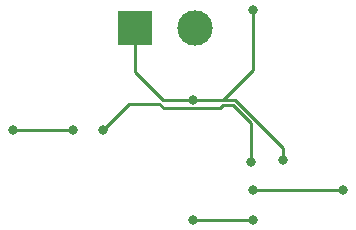
<source format=gbr>
%TF.GenerationSoftware,KiCad,Pcbnew,(6.0.10-0)*%
%TF.CreationDate,2023-02-17T09:13:00-08:00*%
%TF.ProjectId,lab4_Exercise2,6c616234-5f45-4786-9572-63697365322e,rev?*%
%TF.SameCoordinates,Original*%
%TF.FileFunction,Copper,L2,Bot*%
%TF.FilePolarity,Positive*%
%FSLAX46Y46*%
G04 Gerber Fmt 4.6, Leading zero omitted, Abs format (unit mm)*
G04 Created by KiCad (PCBNEW (6.0.10-0)) date 2023-02-17 09:13:00*
%MOMM*%
%LPD*%
G01*
G04 APERTURE LIST*
%TA.AperFunction,ComponentPad*%
%ADD10R,3.000000X3.000000*%
%TD*%
%TA.AperFunction,ComponentPad*%
%ADD11C,3.000000*%
%TD*%
%TA.AperFunction,ViaPad*%
%ADD12C,0.800000*%
%TD*%
%TA.AperFunction,Conductor*%
%ADD13C,0.250000*%
%TD*%
G04 APERTURE END LIST*
D10*
%TO.P,J1,1,Pin_1*%
%TO.N,+9V*%
X142430000Y-80260000D03*
D11*
%TO.P,J1,2,Pin_2*%
%TO.N,GND*%
X147510000Y-80260000D03*
%TD*%
D12*
%TO.N,GND*%
X152400000Y-93980000D03*
X160020000Y-93980000D03*
%TO.N,/pin_2*%
X139700000Y-88900000D03*
X137160000Y-88900000D03*
X152252500Y-91587500D03*
X132080000Y-88900000D03*
%TO.N,+9V*%
X152400000Y-96520000D03*
X152400000Y-78740000D03*
X147320000Y-96520000D03*
X154940000Y-91440000D03*
X147320000Y-86360000D03*
%TD*%
D13*
%TO.N,GND*%
X160020000Y-93980000D02*
X152400000Y-93980000D01*
%TO.N,/pin_2*%
X149860000Y-86810000D02*
X149585000Y-87085000D01*
X152252500Y-88363591D02*
X150698909Y-86810000D01*
X144868604Y-87085000D02*
X144461802Y-86678198D01*
X150698909Y-86810000D02*
X149860000Y-86810000D01*
X149585000Y-87085000D02*
X144868604Y-87085000D01*
X141921802Y-86678198D02*
X139700000Y-88900000D01*
X144461802Y-86678198D02*
X141921802Y-86678198D01*
X152252500Y-91587500D02*
X152252500Y-88363591D01*
X132080000Y-88900000D02*
X137160000Y-88900000D01*
%TO.N,+9V*%
X144780000Y-86360000D02*
X142430000Y-84010000D01*
X150885305Y-86360000D02*
X147320000Y-86360000D01*
X147320000Y-86360000D02*
X144780000Y-86360000D01*
X154940000Y-91440000D02*
X154940000Y-90414695D01*
X152400000Y-83820000D02*
X152400000Y-78740000D01*
X149860000Y-86360000D02*
X152400000Y-83820000D01*
X147320000Y-86360000D02*
X149860000Y-86360000D01*
X154940000Y-90414695D02*
X150885305Y-86360000D01*
X147320000Y-96520000D02*
X152400000Y-96520000D01*
X142430000Y-84010000D02*
X142430000Y-80260000D01*
%TD*%
M02*

</source>
